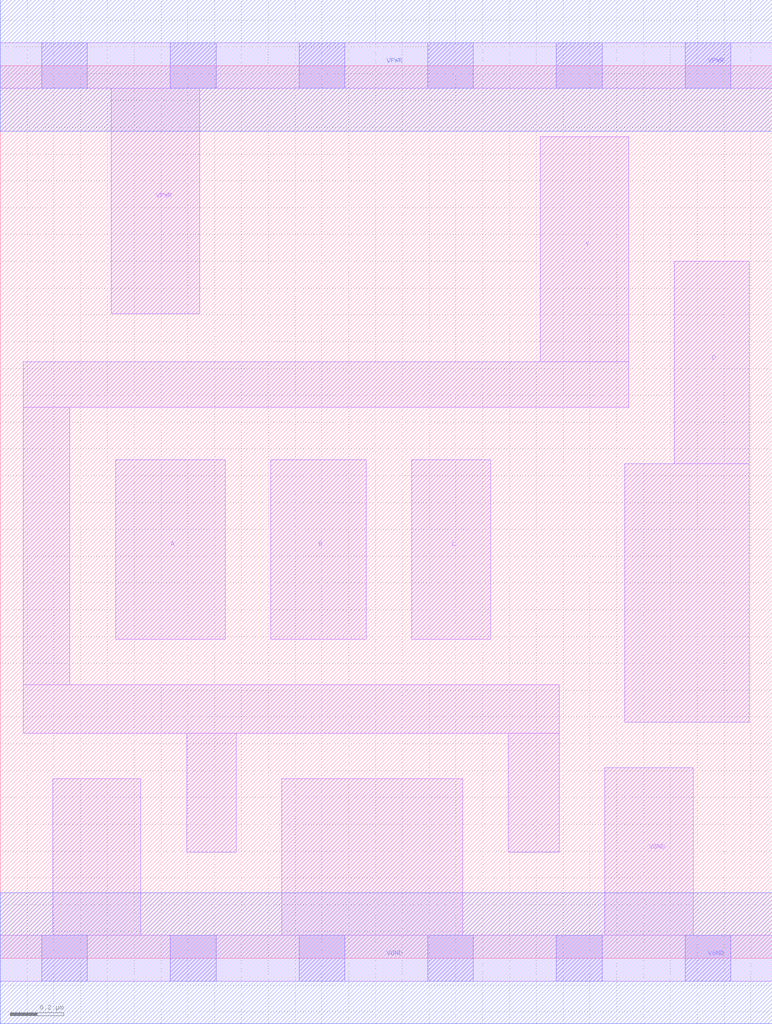
<source format=lef>
# Copyright 2020 The SkyWater PDK Authors
#
# Licensed under the Apache License, Version 2.0 (the "License");
# you may not use this file except in compliance with the License.
# You may obtain a copy of the License at
#
#     https://www.apache.org/licenses/LICENSE-2.0
#
# Unless required by applicable law or agreed to in writing, software
# distributed under the License is distributed on an "AS IS" BASIS,
# WITHOUT WARRANTIES OR CONDITIONS OF ANY KIND, either express or implied.
# See the License for the specific language governing permissions and
# limitations under the License.
#
# SPDX-License-Identifier: Apache-2.0

VERSION 5.7 ;
  NAMESCASESENSITIVE ON ;
  NOWIREEXTENSIONATPIN ON ;
  DIVIDERCHAR "/" ;
  BUSBITCHARS "[]" ;
UNITS
  DATABASE MICRONS 200 ;
END UNITS
MACRO sky130_fd_sc_lp__nor4_0
  CLASS CORE ;
  SOURCE USER ;
  FOREIGN sky130_fd_sc_lp__nor4_0 ;
  ORIGIN  0.000000  0.000000 ;
  SIZE  2.880000 BY  3.330000 ;
  SYMMETRY X Y R90 ;
  SITE unit ;
  PIN A
    ANTENNAGATEAREA  0.159000 ;
    DIRECTION INPUT ;
    USE SIGNAL ;
    PORT
      LAYER li1 ;
        RECT 0.430000 1.190000 0.840000 1.860000 ;
    END
  END A
  PIN B
    ANTENNAGATEAREA  0.159000 ;
    DIRECTION INPUT ;
    USE SIGNAL ;
    PORT
      LAYER li1 ;
        RECT 1.010000 1.190000 1.365000 1.860000 ;
    END
  END B
  PIN C
    ANTENNAGATEAREA  0.159000 ;
    DIRECTION INPUT ;
    USE SIGNAL ;
    PORT
      LAYER li1 ;
        RECT 1.535000 1.190000 1.830000 1.860000 ;
    END
  END C
  PIN D
    ANTENNAGATEAREA  0.159000 ;
    DIRECTION INPUT ;
    USE SIGNAL ;
    PORT
      LAYER li1 ;
        RECT 2.330000 0.880000 2.795000 1.845000 ;
        RECT 2.515000 1.845000 2.795000 2.600000 ;
    END
  END D
  PIN Y
    ANTENNADIFFAREA  0.404800 ;
    DIRECTION OUTPUT ;
    USE SIGNAL ;
    PORT
      LAYER li1 ;
        RECT 0.085000 0.840000 2.085000 1.020000 ;
        RECT 0.085000 1.020000 0.260000 2.055000 ;
        RECT 0.085000 2.055000 2.345000 2.225000 ;
        RECT 0.695000 0.395000 0.880000 0.840000 ;
        RECT 1.895000 0.395000 2.085000 0.840000 ;
        RECT 2.015000 2.225000 2.345000 3.065000 ;
    END
  END Y
  PIN VGND
    DIRECTION INOUT ;
    USE GROUND ;
    PORT
      LAYER li1 ;
        RECT 0.000000 -0.085000 2.880000 0.085000 ;
        RECT 0.195000  0.085000 0.525000 0.670000 ;
        RECT 1.050000  0.085000 1.725000 0.670000 ;
        RECT 2.255000  0.085000 2.585000 0.710000 ;
      LAYER mcon ;
        RECT 0.155000 -0.085000 0.325000 0.085000 ;
        RECT 0.635000 -0.085000 0.805000 0.085000 ;
        RECT 1.115000 -0.085000 1.285000 0.085000 ;
        RECT 1.595000 -0.085000 1.765000 0.085000 ;
        RECT 2.075000 -0.085000 2.245000 0.085000 ;
        RECT 2.555000 -0.085000 2.725000 0.085000 ;
      LAYER met1 ;
        RECT 0.000000 -0.245000 2.880000 0.245000 ;
    END
  END VGND
  PIN VPWR
    DIRECTION INOUT ;
    USE POWER ;
    PORT
      LAYER li1 ;
        RECT 0.000000 3.245000 2.880000 3.415000 ;
        RECT 0.415000 2.405000 0.745000 3.245000 ;
      LAYER mcon ;
        RECT 0.155000 3.245000 0.325000 3.415000 ;
        RECT 0.635000 3.245000 0.805000 3.415000 ;
        RECT 1.115000 3.245000 1.285000 3.415000 ;
        RECT 1.595000 3.245000 1.765000 3.415000 ;
        RECT 2.075000 3.245000 2.245000 3.415000 ;
        RECT 2.555000 3.245000 2.725000 3.415000 ;
      LAYER met1 ;
        RECT 0.000000 3.085000 2.880000 3.575000 ;
    END
  END VPWR
END sky130_fd_sc_lp__nor4_0

</source>
